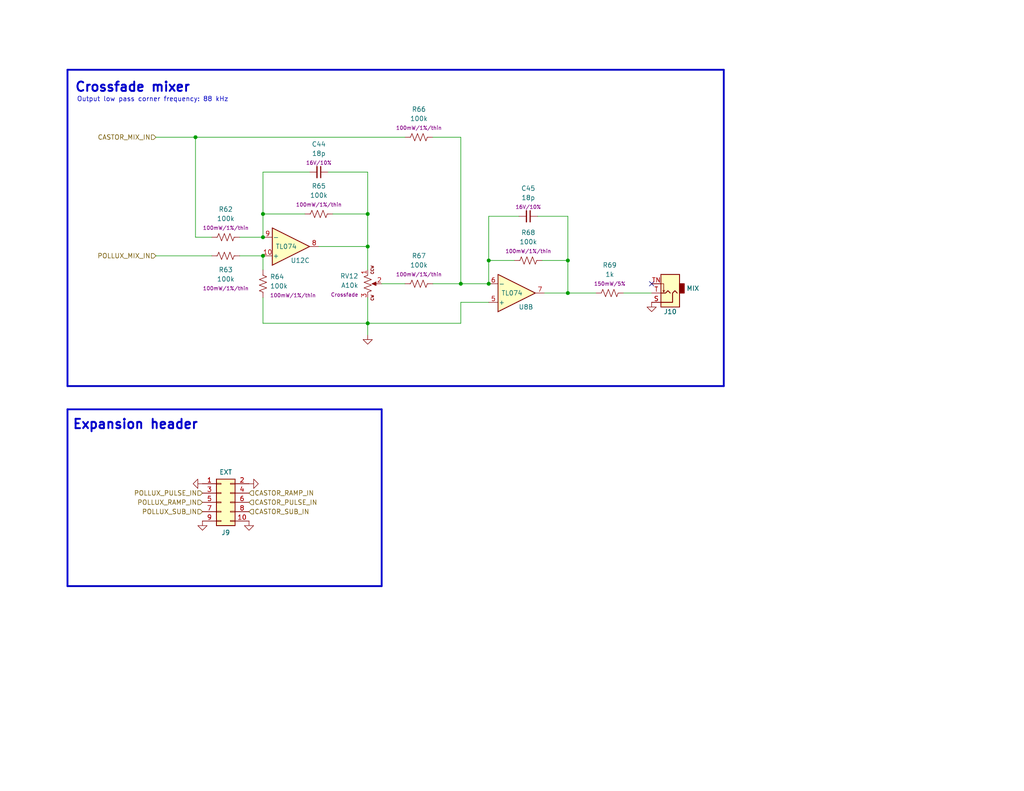
<source format=kicad_sch>
(kicad_sch (version 20211123) (generator eeschema)
  (paper "USLetter")
  (title_block (title "Castor & Pollux") (date "2022-07-26") (rev "v5") (company "Winterbloom") (comment 1 "Alethea Flowers") (comment 2 "CERN-OHL-P v2") (comment 3 "gemini.wntr.dev"))
  (lib_symbols
    (symbol "Connector_Generic:Conn_02x05_Odd_Even" (pin_names (offset 1.016) hide)
      (property "Reference" "J" (at 1.27 7.62 0))
      (property "Value" "Conn_02x05_Odd_Even" (at 1.27 -7.62 0))
      (symbol "Conn_02x05_Odd_Even_1_1"
        (rectangle (start -1.27 -4.953) (end 0 -5.207) (stroke (width 0.1524)))
        (rectangle (start -1.27 -2.413) (end 0 -2.667) (stroke (width 0.1524)))
        (rectangle (start -1.27 0.127) (end 0 -0.127) (stroke (width 0.1524)))
        (rectangle (start -1.27 2.667) (end 0 2.413) (stroke (width 0.1524)))
        (rectangle (start -1.27 5.207) (end 0 4.953) (stroke (width 0.1524)))
        (rectangle (start -1.27 6.35) (end 3.81 -6.35) (stroke (width 0.254)) (fill (type background)))
        (rectangle (start 3.81 -4.953) (end 2.54 -5.207) (stroke (width 0.1524)))
        (rectangle (start 3.81 -2.413) (end 2.54 -2.667) (stroke (width 0.1524)))
        (rectangle (start 3.81 0.127) (end 2.54 -0.127) (stroke (width 0.1524)))
        (rectangle (start 3.81 2.667) (end 2.54 2.413) (stroke (width 0.1524)))
        (rectangle (start 3.81 5.207) (end 2.54 4.953) (stroke (width 0.1524)))
        (pin passive line (at -5.08 5.08 0) (length 3.81) (name "Pin_1") (number "1"))
        (pin passive line (at 7.62 -5.08 180) (length 3.81) (name "Pin_10") (number "10"))
        (pin passive line (at 7.62 5.08 180) (length 3.81) (name "Pin_2") (number "2"))
        (pin passive line (at -5.08 2.54 0) (length 3.81) (name "Pin_3") (number "3"))
        (pin passive line (at 7.62 2.54 180) (length 3.81) (name "Pin_4") (number "4"))
        (pin passive line (at -5.08 0 0) (length 3.81) (name "Pin_5") (number "5"))
        (pin passive line (at 7.62 0 180) (length 3.81) (name "Pin_6") (number "6"))
        (pin passive line (at -5.08 -2.54 0) (length 3.81) (name "Pin_7") (number "7"))
        (pin passive line (at 7.62 -2.54 180) (length 3.81) (name "Pin_8") (number "8"))
        (pin passive line (at -5.08 -5.08 0) (length 3.81) (name "Pin_9") (number "9"))
      )
    )
    (symbol "Device:C_Small" (pin_numbers hide) (pin_names (offset 0.254) hide)
      (property "Reference" "C" (at 0.254 1.778 0))
      (property "Value" "C_Small" (at 0.254 -2.032 0))
      (symbol "C_Small_0_1"
        (polyline (pts (xy -1.524 -0.508) (xy 1.524 -0.508)) (stroke (width 0.3302)))
        (polyline (pts (xy -1.524 0.508) (xy 1.524 0.508)) (stroke (width 0.3048)))
      )
      (symbol "C_Small_1_1"
        (pin passive line (at 0 2.54 270) (length 2.032) (name "~") (number "1"))
        (pin passive line (at 0 -2.54 90) (length 2.032) (name "~") (number "2"))
      )
    )
    (symbol "Device:R_US" (pin_numbers hide) (pin_names (offset 0))
      (property "Reference" "R" (at 2.54 0 90))
      (property "Value" "R_US" (at -2.54 0 90))
      (symbol "R_US_0_1"
        (polyline (pts (xy 0 -2.286) (xy 0 -2.54)))
        (polyline (pts (xy 0 2.286) (xy 0 2.54)))
        (polyline (pts (xy 0 -0.762) (xy 1.016 -1.143) (xy 0 -1.524) (xy -1.016 -1.905) (xy 0 -2.286)))
        (polyline (pts (xy 0 0.762) (xy 1.016 0.381) (xy 0 0) (xy -1.016 -0.381) (xy 0 -0.762)))
        (polyline (pts (xy 0 2.286) (xy 1.016 1.905) (xy 0 1.524) (xy -1.016 1.143) (xy 0 0.762)))
      )
      (symbol "R_US_1_1"
        (pin passive line (at 0 3.81 270) (length 1.27) (name "~") (number "1"))
        (pin passive line (at 0 -3.81 90) (length 1.27) (name "~") (number "2"))
      )
    )
    (symbol "power:GND" (power) (pin_names (offset 0))
      (property "Value" "GND" (at 0 -3.81 0))
      (symbol "GND_0_1"
        (polyline (pts (xy 0 0) (xy 0 -1.27) (xy 1.27 -1.27) (xy 0 -2.54) (xy -1.27 -1.27) (xy 0 -1.27)))
      )
      (symbol "GND_1_1"
        (pin power_in line (at 0 0 270) (length 0) hide (name "GND") (number "1"))
      )
    )
    (symbol "winterbloom:Eurorack_Mono_Jack" (pin_names hide)
      (property "Reference" "J" (at 3.302 -4.064 0))
      (property "Value" "Eurorack_Mono_Jack" (at 0 5.08 0))
      (symbol "Eurorack_Mono_Jack_0_1"
        (rectangle (start -2.54 -5.08) (end 2.54 3.81) (stroke (width 0.254)) (fill (type background)))
        (polyline (pts (xy -1.778 -1.016) (xy -2.032 -0.508)))
        (polyline (pts (xy -2.54 1.27) (xy -1.778 1.27) (xy -1.778 -1.016) (xy -1.524 -0.508)))
        (polyline (pts (xy 0 -1.27) (xy -0.635 -0.635) (xy -1.27 -1.27) (xy -2.54 -1.27)) (stroke (width 0.254)))
        (polyline (pts (xy -2.54 -3.81) (xy 0.635 -3.81) (xy 0.635 -1.27) (xy 1.27 -0.635) (xy 1.905 -1.27)) (stroke (width 0.254)))
        (rectangle (start 2.54 -1.27) (end 3.81 1.27) (stroke (width 0.254)) (fill (type outline)))
      )
      (symbol "Eurorack_Mono_Jack_1_1"
        (pin passive line (at -5.08 -3.81 0) (length 2.54) (name "Sleeve") (number "S"))
        (pin passive line (at -5.08 -1.27 0) (length 2.54) (name "Tip") (number "T"))
        (pin passive line (at -5.08 1.27 0) (length 2.54) (name "Tip_normalize") (number "TN"))
      )
    )
    (symbol "winterbloom:Eurorack_Pot" (pin_names (offset 1.016) hide)
      (property "Reference" "RV" (at 0 4.445 0))
      (property "Value" "Eurorack_Pot" (at 0 2.54 0))
      (symbol "Eurorack_Pot_0_0"
        (text "CCW" (at -3.81 -1.27 0) (effects (font (size 0.762 0.762))))
        (text "CW" (at 3.81 -1.27 0) (effects (font (size 0.762 0.762))))
      )
      (symbol "Eurorack_Pot_0_1"
        (polyline (pts (xy -2.286 0) (xy -2.54 0)))
        (polyline (pts (xy 0 -2.54) (xy 0 -1.524)))
        (polyline (pts (xy 2.54 0) (xy 2.286 0)))
        (polyline (pts (xy 0 -1.143) (xy 0.508 -2.286) (xy -0.508 -2.286) (xy 0 -1.143)) (fill (type outline)))
        (polyline (pts (xy -0.762 0) (xy -1.143 -1.016) (xy -1.524 0) (xy -1.905 1.016) (xy -2.286 0)))
        (polyline (pts (xy 0.762 0) (xy 0.381 -1.016) (xy 0 0) (xy -0.381 1.016) (xy -0.762 0)))
        (polyline (pts (xy 2.286 0) (xy 1.905 -1.016) (xy 1.524 0) (xy 1.143 1.016) (xy 0.762 0)))
      )
      (symbol "Eurorack_Pot_1_1"
        (pin passive line (at -3.81 0 0) (length 1.27) (name "1") (number "1"))
        (pin passive line (at 0 -3.81 90) (length 1.27) (name "2") (number "2"))
        (pin passive line (at 3.81 0 180) (length 1.27) (name "3") (number "3"))
      )
    )
    (symbol "winterbloom:TL074" (pin_names (offset 0.127))
      (property "Reference" "U" (at 0 3.81 0))
      (property "Value" "TL074" (at 0 -3.81 0))
      (symbol "TL074_1_1"
        (polyline (pts (xy -5.08 5.08) (xy 5.08 0) (xy -5.08 -5.08) (xy -5.08 5.08)) (stroke (width 0.254)) (fill (type background)))
        (pin output line (at 7.62 0 180) (length 2.54) (name "~") (number "1"))
        (pin input line (at -7.62 -2.54 0) (length 2.54) (name "-") (number "2"))
        (pin input line (at -7.62 2.54 0) (length 2.54) (name "+") (number "3"))
      )
      (symbol "TL074_2_1"
        (polyline (pts (xy -5.08 5.08) (xy 5.08 0) (xy -5.08 -5.08) (xy -5.08 5.08)) (stroke (width 0.254)) (fill (type background)))
        (pin input line (at -7.62 2.54 0) (length 2.54) (name "+") (number "5"))
        (pin input line (at -7.62 -2.54 0) (length 2.54) (name "-") (number "6"))
        (pin output line (at 7.62 0 180) (length 2.54) (name "~") (number "7"))
      )
      (symbol "TL074_3_1"
        (polyline (pts (xy -5.08 5.08) (xy 5.08 0) (xy -5.08 -5.08) (xy -5.08 5.08)) (stroke (width 0.254)) (fill (type background)))
        (pin input line (at -7.62 2.54 0) (length 2.54) (name "+") (number "10"))
        (pin output line (at 7.62 0 180) (length 2.54) (name "~") (number "8"))
        (pin input line (at -7.62 -2.54 0) (length 2.54) (name "-") (number "9"))
      )
      (symbol "TL074_4_1"
        (polyline (pts (xy -5.08 5.08) (xy 5.08 0) (xy -5.08 -5.08) (xy -5.08 5.08)) (stroke (width 0.254)) (fill (type background)))
        (pin input line (at -7.62 2.54 0) (length 2.54) (name "+") (number "12"))
        (pin input line (at -7.62 -2.54 0) (length 2.54) (name "-") (number "13"))
        (pin output line (at 7.62 0 180) (length 2.54) (name "~") (number "14"))
      )
      (symbol "TL074_5_1"
        (polyline (pts (xy -5.08 5.08) (xy 5.08 0) (xy -5.08 -5.08) (xy -5.08 5.08)) (stroke (width 0.254)) (fill (type background)))
        (pin power_in line (at -2.54 -7.62 90) (length 3.81) (name "V-") (number "11"))
        (pin power_in line (at -2.54 7.62 270) (length 3.81) (name "V+") (number "4"))
      )
    )
  )
  (junction (at 154.94 71.12))
  (junction (at 71.755 69.85))
  (junction (at 125.73 77.47))
  (junction (at 133.35 77.47))
  (junction (at 53.34 37.465))
  (junction (at 133.35 71.12))
  (junction (at 100.33 67.31))
  (junction (at 100.33 58.42))
  (junction (at 71.755 64.77))
  (junction (at 100.33 88.265))
  (junction (at 154.94 80.01))
  (junction (at 71.755 58.42))
  (no_connect (at 177.8 77.47))
  (wire (pts (xy 118.11 37.465) (xy 125.73 37.465)))
  (wire (pts (xy 133.35 82.55) (xy 125.73 82.55)))
  (wire (pts (xy 65.405 69.85) (xy 71.755 69.85)))
  (wire (pts (xy 147.955 71.12) (xy 154.94 71.12)))
  (wire (pts (xy 86.995 67.31) (xy 100.33 67.31)))
  (wire (pts (xy 125.73 37.465) (xy 125.73 77.47)))
  (wire (pts (xy 154.94 80.01) (xy 148.59 80.01)))
  (wire (pts (xy 53.34 37.465) (xy 110.49 37.465)))
  (polyline (pts (xy 18.415 19.05) (xy 18.415 105.41)) (stroke (width 0.5) (type solid)))
  (polyline (pts (xy 18.415 111.76) (xy 18.415 160.02)) (stroke (width 0.5) (type solid)))
  (wire (pts (xy 65.405 64.77) (xy 71.755 64.77)))
  (wire (pts (xy 100.33 88.265) (xy 100.33 81.28)))
  (polyline (pts (xy 104.14 111.76) (xy 104.14 160.02)) (stroke (width 0.5) (type solid)))
  (wire (pts (xy 100.33 67.31) (xy 100.33 58.42)))
  (polyline (pts (xy 197.485 105.41) (xy 18.415 105.41)) (stroke (width 0.5) (type solid)))
  (polyline (pts (xy 18.415 111.76) (xy 104.14 111.76)) (stroke (width 0.5) (type solid)))
  (wire (pts (xy 133.35 71.12) (xy 140.335 71.12)))
  (wire (pts (xy 170.18 80.01) (xy 177.8 80.01)))
  (polyline (pts (xy 104.14 160.02) (xy 18.415 160.02)) (stroke (width 0.5) (type solid)))
  (wire (pts (xy 154.94 80.01) (xy 162.56 80.01)))
  (polyline (pts (xy 197.485 19.05) (xy 197.485 105.41)) (stroke (width 0.5) (type solid)))
  (wire (pts (xy 133.35 71.12) (xy 133.35 59.055)))
  (wire (pts (xy 71.755 58.42) (xy 71.755 64.77)))
  (wire (pts (xy 133.35 59.055) (xy 141.605 59.055)))
  (wire (pts (xy 90.805 58.42) (xy 100.33 58.42)))
  (wire (pts (xy 154.94 59.055) (xy 154.94 71.12)))
  (wire (pts (xy 100.33 46.99) (xy 89.535 46.99)))
  (wire (pts (xy 133.35 77.47) (xy 133.35 71.12)))
  (wire (pts (xy 71.755 58.42) (xy 83.185 58.42)))
  (wire (pts (xy 146.685 59.055) (xy 154.94 59.055)))
  (wire (pts (xy 118.11 77.47) (xy 125.73 77.47)))
  (wire (pts (xy 104.14 77.47) (xy 110.49 77.47)))
  (wire (pts (xy 125.73 77.47) (xy 133.35 77.47)))
  (wire (pts (xy 71.755 88.265) (xy 100.33 88.265)))
  (wire (pts (xy 100.33 88.265) (xy 125.73 88.265)))
  (wire (pts (xy 71.755 81.28) (xy 71.755 88.265)))
  (wire (pts (xy 100.33 67.31) (xy 100.33 73.66)))
  (wire (pts (xy 154.94 71.12) (xy 154.94 80.01)))
  (wire (pts (xy 71.755 69.85) (xy 71.755 73.66)))
  (wire (pts (xy 71.755 46.99) (xy 71.755 58.42)))
  (wire (pts (xy 100.33 88.265) (xy 100.33 91.44)))
  (wire (pts (xy 57.785 64.77) (xy 53.34 64.77)))
  (wire (pts (xy 42.545 69.85) (xy 57.785 69.85)))
  (wire (pts (xy 71.755 46.99) (xy 84.455 46.99)))
  (wire (pts (xy 125.73 82.55) (xy 125.73 88.265)))
  (polyline (pts (xy 18.415 19.05) (xy 197.485 19.05)) (stroke (width 0.5) (type solid)))
  (wire (pts (xy 100.33 58.42) (xy 100.33 46.99)))
  (wire (pts (xy 53.34 37.465) (xy 42.545 37.465)))
  (wire (pts (xy 53.34 64.77) (xy 53.34 37.465)))
  (text "Crossfade mixer" (at 20.32 25.4 0) (effects (font (size 2.54 2.54) bold) (justify left bottom)))
  (text "Expansion header" (at 19.685 117.475 0) (effects (font (size 2.54 2.54) bold) (justify left bottom)))
  (text "Output low pass corner frequency: 88 kHz" (at 20.955 27.94 0) (effects (font (size 1.27 1.27)) (justify left bottom)))
  (hierarchical_label "POLLUX_RAMP_IN" (shape input) (at 55.245 137.16 180))
  (hierarchical_label "CASTOR_RAMP_IN" (shape input) (at 67.945 134.62 0))
  (hierarchical_label "POLLUX_MIX_IN" (shape input) (at 42.545 69.85 180))
  (hierarchical_label "CASTOR_PULSE_IN" (shape input) (at 67.945 137.16 0))
  (hierarchical_label "POLLUX_PULSE_IN" (shape input) (at 55.245 134.62 180))
  (hierarchical_label "POLLUX_SUB_IN" (shape input) (at 55.245 139.7 180))
  (hierarchical_label "CASTOR_MIX_IN" (shape input) (at 42.545 37.465 180))
  (hierarchical_label "CASTOR_SUB_IN" (shape input) (at 67.945 139.7 0))
  (symbol (lib_id "Device:R_US") (at 61.595 64.77 270) (unit 1)
    (property "Reference" "R62" (at 61.595 57.15 90))
    (property "Value" "100k" (at 61.595 59.69 90))
    (property "Footprint" "Resistor_SMD:R_0402_1005Metric_Pad0.72x0.64mm_HandSolder" (effects hide))
    (property "Notes" "Eurorack level audio" (effects hide))
    (property "MPN" "RC0402DR-07100KL" (effects hide))
    (property "Rating" "100mW/1%/thin" (at 61.595 62.23 90) (effects (font (size 1 1))))
  )
  (symbol (lib_id "Device:R_US") (at 61.595 69.85 270) (unit 1)
    (property "Reference" "R63" (at 61.595 73.66 90))
    (property "Value" "100k" (at 61.595 76.2 90))
    (property "Footprint" "Resistor_SMD:R_0402_1005Metric_Pad0.72x0.64mm_HandSolder" (effects hide))
    (property "Notes" "Eurorack level audio" (effects hide))
    (property "MPN" "RC0402DR-07100KL" (effects hide))
    (property "Rating" "100mW/1%/thin" (at 61.595 78.74 90) (effects (font (size 1 1))))
  )
  (symbol (lib_id "Device:R_US") (at 71.755 77.47 180) (unit 1)
    (property "Reference" "R64" (at 73.66 75.5649 0) (effects (justify right)))
    (property "Value" "100k" (at 73.66 78.1049 0) (effects (justify right)))
    (property "Footprint" "Resistor_SMD:R_0402_1005Metric_Pad0.72x0.64mm_HandSolder" (effects hide))
    (property "Notes" "Eurorack level audio" (effects hide))
    (property "MPN" "RC0402DR-07100KL" (effects hide))
    (property "Rating" "100mW/1%/thin" (at 73.66 80.645 0) (effects (font (size 1 1)) (justify right)))
  )
  (symbol (lib_id "Device:R_US") (at 86.995 58.42 90) (unit 1)
    (property "Reference" "R65" (at 86.995 50.8 90))
    (property "Value" "100k" (at 86.995 53.34 90))
    (property "Footprint" "Resistor_SMD:R_0402_1005Metric_Pad0.72x0.64mm_HandSolder" (effects hide))
    (property "Notes" "Eurorack level audio" (effects hide))
    (property "MPN" "RC0402DR-07100KL" (effects hide))
    (property "Rating" "100mW/1%/thin" (at 86.995 55.88 90) (effects (font (size 1 1))))
  )
  (symbol (lib_id "Device:R_US") (at 114.3 37.465 90) (unit 1)
    (property "Reference" "R66" (at 114.3 29.845 90))
    (property "Value" "100k" (at 114.3 32.385 90))
    (property "Footprint" "Resistor_SMD:R_0402_1005Metric_Pad0.72x0.64mm_HandSolder" (effects hide))
    (property "Notes" "Eurorack level audio" (effects hide))
    (property "MPN" "RC0402DR-07100KL" (effects hide))
    (property "Rating" "100mW/1%/thin" (at 114.3 34.925 90) (effects (font (size 1 1))))
  )
  (symbol (lib_id "Device:C_Small") (at 86.995 46.99 270) (unit 1)
    (property "Reference" "C44" (at 86.9886 39.37 90))
    (property "Value" "18p" (at 86.9886 41.91 90))
    (property "Footprint" "Capacitor_SMD:C_0402_1005Metric_Pad0.74x0.62mm_HandSolder" (effects hide))
    (property "MPN" "CL05C180JB5NNNC" (effects hide))
    (property "Notes" "Eurorack level audio filter" (effects hide))
    (property "Rating" "16V/10%" (at 86.9886 44.45 90) (effects (font (size 1 1))))
  )
  (symbol (lib_id "Device:R_US") (at 114.3 77.47 90) (unit 1)
    (property "Reference" "R67" (at 114.3 69.85 90))
    (property "Value" "100k" (at 114.3 72.39 90))
    (property "Footprint" "Resistor_SMD:R_0402_1005Metric_Pad0.72x0.64mm_HandSolder" (effects hide))
    (property "Notes" "Eurorack level audio" (effects hide))
    (property "MPN" "RC0402DR-07100KL" (effects hide))
    (property "Rating" "100mW/1%/thin" (at 114.3 74.93 90) (effects (font (size 1 1))))
  )
  (symbol (lib_id "power:GND") (at 100.33 91.44 0) (unit 1)
    (property "Reference" "#PWR090" (effects hide))
    (property "Value" "GND" (effects hide))
  )
  (symbol (lib_id "Device:R_US") (at 144.145 71.12 90) (unit 1)
    (property "Reference" "R68" (at 144.145 63.5 90))
    (property "Value" "100k" (at 144.145 66.04 90))
    (property "Footprint" "Resistor_SMD:R_0402_1005Metric_Pad0.72x0.64mm_HandSolder" (effects hide))
    (property "Notes" "Eurorack level audio" (effects hide))
    (property "MPN" "RC0402DR-07100KL" (effects hide))
    (property "Rating" "100mW/1%/thin" (at 144.145 68.58 90) (effects (font (size 1 1))))
  )
  (symbol (lib_id "Device:R_US") (at 166.37 80.01 90) (unit 1)
    (property "Reference" "R69" (at 166.37 72.39 90))
    (property "Value" "1k" (at 166.37 74.93 90))
    (property "Footprint" "Resistor_SMD:R_0603_1608Metric_Pad0.98x0.95mm_HandSolder" (effects hide))
    (property "Notes" "Eurorack level audio, output impedance" (effects hide))
    (property "MPN" "MCT06030C1001FP500, ERA-3AEB102V" (effects hide))
    (property "Rating" "150mW/5%" (at 166.37 77.47 90) (effects (font (size 1 1))))
  )
  (symbol (lib_id "Device:C_Small") (at 144.145 59.055 270) (unit 1)
    (property "Reference" "C45" (at 144.1386 51.435 90))
    (property "Value" "18p" (at 144.1386 53.975 90))
    (property "Footprint" "Capacitor_SMD:C_0402_1005Metric_Pad0.74x0.62mm_HandSolder" (effects hide))
    (property "MPN" "CL05C180JB5NNNC" (effects hide))
    (property "Notes" "Eurorack level audio filter" (effects hide))
    (property "Rating" "16V/10%" (at 144.1386 56.515 90) (effects (font (size 1 1))))
  )
  (symbol (lib_id "power:GND") (at 67.945 132.08 90) (unit 1)
    (property "Reference" "#PWR0104" (effects hide))
    (property "Value" "GND" (effects hide))
  )
  (symbol (lib_id "winterbloom:TL074") (at 140.97 80.01 0) (mirror x) (unit 2)
    (property "Reference" "U8" (at 143.51 83.82 0))
    (property "Value" "TL074" (at 139.7 80.01 0))
    (property "Footprint" "Package_SO:TSSOP-14_4.4x5mm_P0.65mm" (effects hide))
    (property "Datasheet" "https://www.ti.com/lit/ds/symlink/tl071.pdf" (effects hide))
    (property "MPN" "TL074CPW" (effects hide))
  )
  (symbol (lib_id "Connector_Generic:Conn_02x05_Odd_Even") (at 60.325 137.16 0) (unit 1)
    (property "Reference" "J9" (at 61.595 145.415 0))
    (property "Value" "EXT" (at 61.595 128.905 0))
    (property "Footprint" "winterbloom:Connector_Cortex_Debug_IDC_2x05_P1.27mm_Vertical_Shrouded_SMD" (effects hide))
    (property "Datasheet" "https://www.cnctech.us/pdfs/3220-XX-0300-00_.pdf" (effects hide))
    (property "MPN" "3220-10-0300-00" (effects hide))
  )
  (symbol (lib_id "power:GND") (at 55.245 142.24 0) (unit 1)
    (property "Reference" "#PWR0102" (effects hide))
    (property "Value" "GND" (effects hide))
  )
  (symbol (lib_id "winterbloom:Eurorack_Mono_Jack") (at 182.88 78.74 0) (unit 1)
    (property "Reference" "J10" (at 182.88 85.09 0))
    (property "Value" "MIX" (at 187.325 78.74 0) (effects (justify left)))
    (property "Footprint" "winterbloom:AudioJack_WQP518MA" (effects hide))
    (property "Datasheet" "http://www.qingpu-electronics.com/en/products/WQP-PJ398SM-362.html" (effects hide))
    (property "MPN" "WQP-WQP518MA" (effects hide))
  )
  (symbol (lib_id "winterbloom:Eurorack_Pot") (at 100.33 77.47 90) (mirror x) (unit 1)
    (property "Reference" "RV12" (at 97.79 75.3744 90) (effects (justify left)))
    (property "Value" "A10k" (at 97.79 77.9144 90) (effects (justify left)))
    (property "Footprint" "winterbloom:Potentiometer_Alpha_R0904N" (effects hide))
    (property "Datasheet" "https://s3.us-west-2.amazonaws.com/secure.notion-static.com/c2e29654-9937-4f21-ad37-19aeb30b6cf7/R0904N%28KQ%29-LWS.pdf?X-Amz-Algorithm=AWS4-HMAC-SHA256&X-Amz-Credential=AKIAT73L2G45O3KS52Y5%2F20210212%2Fus-west-2%2Fs3%2Faws4_request&X-Amz-Date=20210212T061200Z&X-Amz-Expires=86400&X-Amz-Signature=79cad3de6b24b7023aa449b148ed3570970ec3161da0e13127712a5cd74fcd34&X-Amz-SignedHeaders=host&response-content-disposition=filename%20%3D%22R0904N%28KQ%29-LWS.pdf%22" (effects hide))
    (property "MPN" "https://www.thonk.co.uk/shop/vertical-b10k-10k-linear/" (effects hide))
    (property "Notes" "10k, linear taper, 6.35 mm round shaft, 15 mm height" (effects hide))
    (property "Rating" "Crossfade" (at 97.79 80.4545 90) (effects (font (size 1 1)) (justify left)))
  )
  (symbol (lib_id "power:GND") (at 67.945 142.24 0) (unit 1)
    (property "Reference" "#PWR0103" (effects hide))
    (property "Value" "GND" (effects hide))
  )
  (symbol (lib_id "winterbloom:TL074") (at 79.375 67.31 0) (mirror x) (unit 3)
    (property "Reference" "U12" (at 81.915 71.12 0))
    (property "Value" "TL074" (at 78.105 67.31 0))
    (property "Footprint" "Package_SO:TSSOP-14_4.4x5mm_P0.65mm" (effects hide))
    (property "Datasheet" "https://www.ti.com/lit/ds/symlink/tl071.pdf" (effects hide))
    (property "MPN" "TL074CPW" (effects hide))
  )
  (symbol (lib_id "power:GND") (at 55.245 132.08 270) (unit 1)
    (property "Reference" "#PWR091" (effects hide))
    (property "Value" "GND" (effects hide))
  )
  (symbol (lib_id "power:GND") (at 177.8 82.55 0) (unit 1)
    (property "Reference" "#PWR093" (effects hide))
    (property "Value" "GND" (effects hide))
  )
)
</source>
